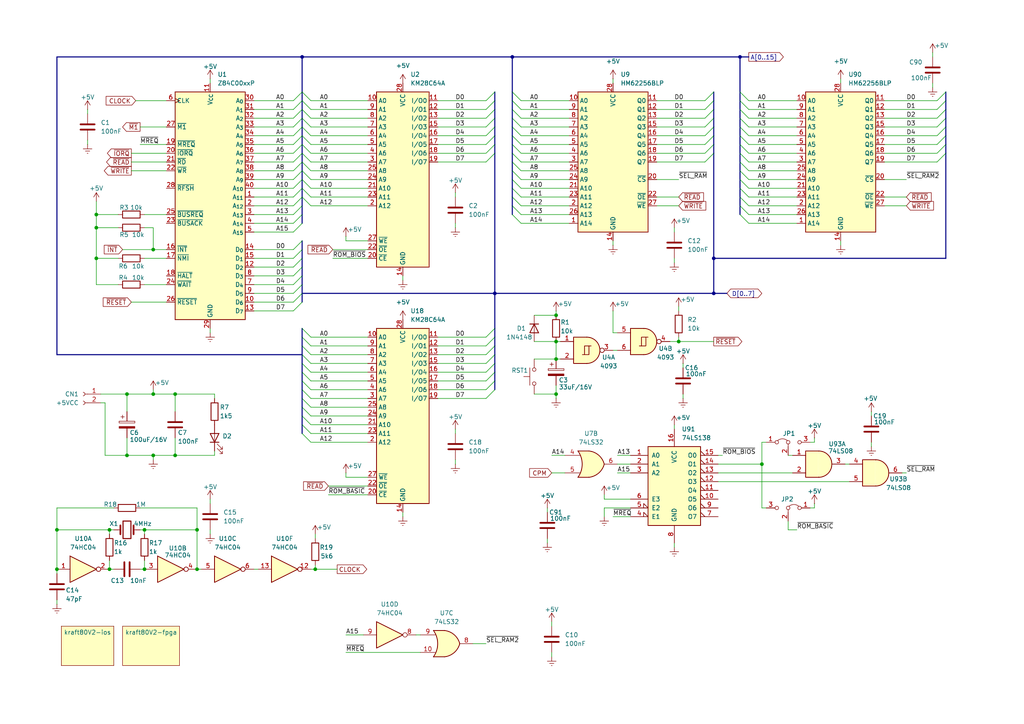
<source format=kicad_sch>
(kicad_sch (version 20250114) (generator "eeschema") (generator_version "9.0")
  (paper "A4")
  (title_block (title "Kraft 80 V2 by ARMCoder") (date "2025-09-02") (rev "2.0") (comment 1 "www.github.com/ARMCoderBR"))
  (junction (at 161.29 91.44))
  (junction (at 16.51 165.1))
  (junction (at 27.94 66.04))
  (junction (at 207.01 85.09))
  (junction (at 36.83 132.08))
  (junction (at 207.01 74.93))
  (junction (at 143.51 85.09))
  (junction (at 220.98 134.62))
  (junction (at 41.91 165.1))
  (junction (at 41.91 153.67))
  (junction (at 161.29 114.3))
  (junction (at 87.63 16.51))
  (junction (at 50.8 114.3))
  (junction (at 44.45 132.08))
  (junction (at 27.94 74.93))
  (junction (at 148.59 16.51))
  (junction (at 44.45 114.3))
  (junction (at 57.15 165.1))
  (junction (at 161.29 99.06))
  (junction (at 196.85 99.06))
  (junction (at 91.44 165.1))
  (junction (at 50.8 132.08))
  (junction (at 44.45 72.39))
  (junction (at 31.75 165.1))
  (junction (at 16.51 153.67))
  (junction (at 36.83 114.3))
  (junction (at 161.29 104.14))
  (junction (at 27.94 62.23))
  (junction (at 31.75 153.67))
  (junction (at 214.63 16.51))
  (junction (at 57.15 153.67))
  (bus_entry (at 85.09 31.75) (size 2.54 -2.54))
  (bus_entry (at 217.17 52.07) (size -2.54 -2.54))
  (bus_entry (at 85.09 80.01) (size 2.54 -2.54))
  (bus_entry (at 151.13 59.69) (size -2.54 -2.54))
  (bus_entry (at 87.63 97.79) (size 2.54 2.54))
  (bus_entry (at 85.09 54.61) (size 2.54 -2.54))
  (bus_entry (at 271.78 29.21) (size 2.54 -2.54))
  (bus_entry (at 85.09 72.39) (size 2.54 -2.54))
  (bus_entry (at 217.17 44.45) (size -2.54 -2.54))
  (bus_entry (at 151.13 44.45) (size -2.54 -2.54))
  (bus_entry (at 90.17 59.69) (size -2.54 -2.54))
  (bus_entry (at 151.13 29.21) (size -2.54 -2.54))
  (bus_entry (at 217.17 57.15) (size -2.54 -2.54))
  (bus_entry (at 151.13 41.91) (size -2.54 -2.54))
  (bus_entry (at 87.63 125.73) (size 2.54 2.54))
  (bus_entry (at 87.63 107.95) (size 2.54 2.54))
  (bus_entry (at 87.63 115.57) (size 2.54 2.54))
  (bus_entry (at 90.17 29.21) (size -2.54 -2.54))
  (bus_entry (at 217.17 54.61) (size -2.54 -2.54))
  (bus_entry (at 85.09 39.37) (size 2.54 -2.54))
  (bus_entry (at 90.17 31.75) (size -2.54 -2.54))
  (bus_entry (at 85.09 44.45) (size 2.54 -2.54))
  (bus_entry (at 217.17 46.99) (size -2.54 -2.54))
  (bus_entry (at 87.63 110.49) (size 2.54 2.54))
  (bus_entry (at 143.51 110.49) (size -2.54 2.54))
  (bus_entry (at 204.47 34.29) (size 2.54 -2.54))
  (bus_entry (at 143.51 102.87) (size -2.54 2.54))
  (bus_entry (at 87.63 113.03) (size 2.54 2.54))
  (bus_entry (at 85.09 74.93) (size 2.54 -2.54))
  (bus_entry (at 143.51 113.03) (size -2.54 2.54))
  (bus_entry (at 90.17 49.53) (size -2.54 -2.54))
  (bus_entry (at 271.78 34.29) (size 2.54 -2.54))
  (bus_entry (at 87.63 105.41) (size 2.54 2.54))
  (bus_entry (at 90.17 46.99) (size -2.54 -2.54))
  (bus_entry (at 87.63 123.19) (size 2.54 2.54))
  (bus_entry (at 271.78 44.45) (size 2.54 -2.54))
  (bus_entry (at 85.09 52.07) (size 2.54 -2.54))
  (bus_entry (at 143.51 100.33) (size -2.54 2.54))
  (bus_entry (at 140.97 31.75) (size 2.54 -2.54))
  (bus_entry (at 85.09 36.83) (size 2.54 -2.54))
  (bus_entry (at 217.17 59.69) (size -2.54 -2.54))
  (bus_entry (at 87.63 120.65) (size 2.54 2.54))
  (bus_entry (at 87.63 100.33) (size 2.54 2.54))
  (bus_entry (at 204.47 29.21) (size 2.54 -2.54))
  (bus_entry (at 271.78 39.37) (size 2.54 -2.54))
  (bus_entry (at 87.63 95.25) (size 2.54 2.54))
  (bus_entry (at 151.13 62.23) (size -2.54 -2.54))
  (bus_entry (at 85.09 49.53) (size 2.54 -2.54))
  (bus_entry (at 217.17 39.37) (size -2.54 -2.54))
  (bus_entry (at 217.17 31.75) (size -2.54 -2.54))
  (bus_entry (at 87.63 102.87) (size 2.54 2.54))
  (bus_entry (at 217.17 64.77) (size -2.54 -2.54))
  (bus_entry (at 90.17 54.61) (size -2.54 -2.54))
  (bus_entry (at 204.47 39.37) (size 2.54 -2.54))
  (bus_entry (at 90.17 39.37) (size -2.54 -2.54))
  (bus_entry (at 204.47 41.91) (size 2.54 -2.54))
  (bus_entry (at 217.17 34.29) (size -2.54 -2.54))
  (bus_entry (at 87.63 118.11) (size 2.54 2.54))
  (bus_entry (at 140.97 34.29) (size 2.54 -2.54))
  (bus_entry (at 90.17 34.29) (size -2.54 -2.54))
  (bus_entry (at 271.78 41.91) (size 2.54 -2.54))
  (bus_entry (at 140.97 44.45) (size 2.54 -2.54))
  (bus_entry (at 140.97 29.21) (size 2.54 -2.54))
  (bus_entry (at 217.17 36.83) (size -2.54 -2.54))
  (bus_entry (at 90.17 36.83) (size -2.54 -2.54))
  (bus_entry (at 85.09 82.55) (size 2.54 -2.54))
  (bus_entry (at 151.13 46.99) (size -2.54 -2.54))
  (bus_entry (at 143.51 105.41) (size -2.54 2.54))
  (bus_entry (at 85.09 77.47) (size 2.54 -2.54))
  (bus_entry (at 85.09 87.63) (size 2.54 -2.54))
  (bus_entry (at 85.09 41.91) (size 2.54 -2.54))
  (bus_entry (at 140.97 36.83) (size 2.54 -2.54))
  (bus_entry (at 217.17 49.53) (size -2.54 -2.54))
  (bus_entry (at 151.13 39.37) (size -2.54 -2.54))
  (bus_entry (at 85.09 64.77) (size 2.54 -2.54))
  (bus_entry (at 217.17 41.91) (size -2.54 -2.54))
  (bus_entry (at 204.47 44.45) (size 2.54 -2.54))
  (bus_entry (at 151.13 36.83) (size -2.54 -2.54))
  (bus_entry (at 151.13 49.53) (size -2.54 -2.54))
  (bus_entry (at 85.09 57.15) (size 2.54 -2.54))
  (bus_entry (at 85.09 85.09) (size 2.54 -2.54))
  (bus_entry (at 143.51 107.95) (size -2.54 2.54))
  (bus_entry (at 204.47 31.75) (size 2.54 -2.54))
  (bus_entry (at 217.17 29.21) (size -2.54 -2.54))
  (bus_entry (at 151.13 34.29) (size -2.54 -2.54))
  (bus_entry (at 204.47 36.83) (size 2.54 -2.54))
  (bus_entry (at 85.09 29.21) (size 2.54 -2.54))
  (bus_entry (at 151.13 54.61) (size -2.54 -2.54))
  (bus_entry (at 140.97 41.91) (size 2.54 -2.54))
  (bus_entry (at 271.78 36.83) (size 2.54 -2.54))
  (bus_entry (at 143.51 95.25) (size -2.54 2.54))
  (bus_entry (at 151.13 57.15) (size -2.54 -2.54))
  (bus_entry (at 85.09 90.17) (size 2.54 -2.54))
  (bus_entry (at 85.09 46.99) (size 2.54 -2.54))
  (bus_entry (at 140.97 39.37) (size 2.54 -2.54))
  (bus_entry (at 90.17 44.45) (size -2.54 -2.54))
  (bus_entry (at 90.17 57.15) (size -2.54 -2.54))
  (bus_entry (at 85.09 34.29) (size 2.54 -2.54))
  (bus_entry (at 85.09 62.23) (size 2.54 -2.54))
  (bus_entry (at 271.78 46.99) (size 2.54 -2.54))
  (bus_entry (at 85.09 59.69) (size 2.54 -2.54))
  (bus_entry (at 90.17 52.07) (size -2.54 -2.54))
  (bus_entry (at 204.47 46.99) (size 2.54 -2.54))
  (bus_entry (at 90.17 41.91) (size -2.54 -2.54))
  (bus_entry (at 217.17 62.23) (size -2.54 -2.54))
  (bus_entry (at 143.51 97.79) (size -2.54 2.54))
  (bus_entry (at 151.13 31.75) (size -2.54 -2.54))
  (bus_entry (at 140.97 46.99) (size 2.54 -2.54))
  (bus_entry (at 151.13 52.07) (size -2.54 -2.54))
  (bus_entry (at 85.09 67.31) (size 2.54 -2.54))
  (bus_entry (at 151.13 64.77) (size -2.54 -2.54))
  (bus_entry (at 271.78 31.75) (size 2.54 -2.54))
  (wire (pts (xy 31.75 162.56) (xy 31.75 165.1)))
  (wire (pts (xy 44.45 113.03) (xy 44.45 114.3)))
  (wire (pts (xy 256.54 34.29) (xy 271.78 34.29)))
  (wire (pts (xy 36.83 127) (xy 36.83 132.08)))
  (wire (pts (xy 73.66 59.69) (xy 85.09 59.69)))
  (wire (pts (xy 151.13 64.77) (xy 165.1 64.77)))
  (bus (pts (xy 87.63 100.33) (xy 87.63 102.87)))
  (wire (pts (xy 36.83 114.3) (xy 44.45 114.3)))
  (bus (pts (xy 87.63 115.57) (xy 87.63 118.11)))
  (wire (pts (xy 116.84 80.01) (xy 116.84 81.28)))
  (bus (pts (xy 148.59 39.37) (xy 148.59 41.91)))
  (bus (pts (xy 148.59 49.53) (xy 148.59 52.07)))
  (bus (pts (xy 87.63 69.85) (xy 87.63 72.39)))
  (wire (pts (xy 31.75 153.67) (xy 16.51 153.67)))
  (bus (pts (xy 214.63 49.53) (xy 214.63 52.07)))
  (wire (pts (xy 127 44.45) (xy 140.97 44.45)))
  (wire (pts (xy 27.94 58.42) (xy 27.94 62.23)))
  (bus (pts (xy 143.51 85.09) (xy 207.01 85.09)))
  (wire (pts (xy 236.22 128.27) (xy 234.95 128.27)))
  (wire (pts (xy 195.58 157.48) (xy 195.58 158.75)))
  (wire (pts (xy 252.73 119.38) (xy 252.73 120.65)))
  (bus (pts (xy 207.01 74.93) (xy 207.01 85.09)))
  (bus (pts (xy 214.63 59.69) (xy 214.63 62.23)))
  (bus (pts (xy 143.51 110.49) (xy 143.51 113.03)))
  (bus (pts (xy 143.51 97.79) (xy 143.51 100.33)))
  (wire (pts (xy 217.17 36.83) (xy 231.14 36.83)))
  (wire (pts (xy 256.54 46.99) (xy 271.78 46.99)))
  (wire (pts (xy 90.17 46.99) (xy 106.68 46.99)))
  (wire (pts (xy 90.17 107.95) (xy 106.68 107.95)))
  (wire (pts (xy 154.94 114.3) (xy 161.29 114.3)))
  (wire (pts (xy 151.13 29.21) (xy 165.1 29.21)))
  (wire (pts (xy 38.1 87.63) (xy 48.26 87.63)))
  (wire (pts (xy 73.66 34.29) (xy 85.09 34.29)))
  (bus (pts (xy 148.59 46.99) (xy 148.59 49.53)))
  (wire (pts (xy 116.84 148.59) (xy 116.84 149.86)))
  (wire (pts (xy 127 115.57) (xy 140.97 115.57)))
  (wire (pts (xy 96.52 74.93) (xy 106.68 74.93)))
  (wire (pts (xy 31.75 165.1) (xy 33.02 165.1)))
  (wire (pts (xy 190.5 52.07) (xy 196.85 52.07)))
  (wire (pts (xy 190.5 41.91) (xy 204.47 41.91)))
  (wire (pts (xy 151.13 52.07) (xy 165.1 52.07)))
  (wire (pts (xy 50.8 132.08) (xy 62.23 132.08)))
  (wire (pts (xy 16.51 173.99) (xy 16.51 175.26)))
  (wire (pts (xy 190.5 44.45) (xy 204.47 44.45)))
  (wire (pts (xy 40.64 147.32) (xy 57.15 147.32)))
  (wire (pts (xy 177.8 24.13) (xy 177.8 22.86)))
  (bus (pts (xy 87.63 123.19) (xy 87.63 125.73)))
  (bus (pts (xy 214.63 16.51) (xy 214.63 26.67)))
  (wire (pts (xy 57.15 165.1) (xy 58.42 165.1)))
  (wire (pts (xy 16.51 153.67) (xy 16.51 165.1)))
  (bus (pts (xy 214.63 46.99) (xy 214.63 49.53)))
  (wire (pts (xy 190.5 39.37) (xy 204.47 39.37)))
  (wire (pts (xy 161.29 90.17) (xy 161.29 91.44)))
  (wire (pts (xy 208.28 139.7) (xy 246.38 139.7)))
  (wire (pts (xy 38.1 44.45) (xy 48.26 44.45)))
  (wire (pts (xy 73.66 64.77) (xy 85.09 64.77)))
  (wire (pts (xy 60.96 22.86) (xy 60.96 24.13)))
  (wire (pts (xy 73.66 44.45) (xy 85.09 44.45)))
  (wire (pts (xy 60.96 95.25) (xy 60.96 96.52)))
  (wire (pts (xy 90.17 165.1) (xy 91.44 165.1)))
  (wire (pts (xy 38.1 49.53) (xy 48.26 49.53)))
  (wire (pts (xy 73.66 87.63) (xy 85.09 87.63)))
  (bus (pts (xy 87.63 82.55) (xy 87.63 85.09)))
  (wire (pts (xy 30.48 116.84) (xy 30.48 132.08)))
  (wire (pts (xy 151.13 59.69) (xy 165.1 59.69)))
  (wire (pts (xy 217.17 57.15) (xy 231.14 57.15)))
  (wire (pts (xy 40.64 36.83) (xy 48.26 36.83)))
  (bus (pts (xy 274.32 31.75) (xy 274.32 34.29)))
  (wire (pts (xy 57.15 147.32) (xy 57.15 153.67)))
  (wire (pts (xy 127 97.79) (xy 140.97 97.79)))
  (wire (pts (xy 190.5 46.99) (xy 204.47 46.99)))
  (wire (pts (xy 217.17 62.23) (xy 231.14 62.23)))
  (bus (pts (xy 87.63 31.75) (xy 87.63 29.21)))
  (wire (pts (xy 90.17 29.21) (xy 106.68 29.21)))
  (wire (pts (xy 40.64 153.67) (xy 41.91 153.67)))
  (bus (pts (xy 148.59 31.75) (xy 148.59 34.29)))
  (wire (pts (xy 127 107.95) (xy 140.97 107.95)))
  (bus (pts (xy 207.01 36.83) (xy 207.01 39.37)))
  (bus (pts (xy 16.51 102.87) (xy 87.63 102.87)))
  (wire (pts (xy 177.8 69.85) (xy 177.8 71.12)))
  (bus (pts (xy 87.63 80.01) (xy 87.63 82.55)))
  (bus (pts (xy 87.63 29.21) (xy 87.63 26.67)))
  (bus (pts (xy 87.63 77.47) (xy 87.63 80.01)))
  (wire (pts (xy 236.22 127) (xy 236.22 128.27)))
  (wire (pts (xy 41.91 165.1) (xy 40.64 165.1)))
  (bus (pts (xy 87.63 41.91) (xy 87.63 39.37)))
  (wire (pts (xy 236.22 147.32) (xy 234.95 147.32)))
  (bus (pts (xy 214.63 36.83) (xy 214.63 39.37)))
  (wire (pts (xy 256.54 57.15) (xy 262.89 57.15)))
  (wire (pts (xy 151.13 57.15) (xy 165.1 57.15)))
  (bus (pts (xy 87.63 46.99) (xy 87.63 44.45)))
  (bus (pts (xy 87.63 85.09) (xy 87.63 87.63)))
  (wire (pts (xy 151.13 36.83) (xy 165.1 36.83)))
  (bus (pts (xy 87.63 57.15) (xy 87.63 59.69)))
  (wire (pts (xy 90.17 110.49) (xy 106.68 110.49)))
  (wire (pts (xy 40.64 41.91) (xy 48.26 41.91)))
  (bus (pts (xy 16.51 16.51) (xy 16.51 102.87)))
  (bus (pts (xy 274.32 36.83) (xy 274.32 39.37)))
  (wire (pts (xy 151.13 54.61) (xy 165.1 54.61)))
  (wire (pts (xy 60.96 144.78) (xy 60.96 146.05)))
  (bus (pts (xy 87.63 54.61) (xy 87.63 52.07)))
  (wire (pts (xy 190.5 31.75) (xy 204.47 31.75)))
  (bus (pts (xy 214.63 34.29) (xy 214.63 36.83)))
  (wire (pts (xy 132.08 133.35) (xy 132.08 134.62)))
  (wire (pts (xy 73.66 165.1) (xy 74.93 165.1)))
  (wire (pts (xy 151.13 44.45) (xy 165.1 44.45)))
  (wire (pts (xy 30.48 132.08) (xy 36.83 132.08)))
  (wire (pts (xy 29.21 114.3) (xy 36.83 114.3)))
  (wire (pts (xy 132.08 124.46) (xy 132.08 125.73)))
  (bus (pts (xy 87.63 36.83) (xy 87.63 39.37)))
  (bus (pts (xy 214.63 26.67) (xy 214.63 29.21)))
  (wire (pts (xy 196.85 88.9) (xy 196.85 90.17)))
  (bus (pts (xy 214.63 16.51) (xy 217.17 16.51)))
  (wire (pts (xy 190.5 59.69) (xy 196.85 59.69)))
  (bus (pts (xy 214.63 59.69) (xy 214.63 57.15)))
  (wire (pts (xy 220.98 134.62) (xy 220.98 147.32)))
  (wire (pts (xy 160.02 137.16) (xy 163.83 137.16)))
  (wire (pts (xy 154.94 91.44) (xy 161.29 91.44)))
  (wire (pts (xy 41.91 74.93) (xy 48.26 74.93)))
  (wire (pts (xy 62.23 132.08) (xy 62.23 130.81)))
  (wire (pts (xy 245.11 134.62) (xy 246.38 134.62)))
  (bus (pts (xy 143.51 26.67) (xy 143.51 29.21)))
  (bus (pts (xy 87.63 59.69) (xy 87.63 62.23)))
  (wire (pts (xy 73.66 39.37) (xy 85.09 39.37)))
  (wire (pts (xy 161.29 114.3) (xy 161.29 111.76)))
  (wire (pts (xy 90.17 52.07) (xy 106.68 52.07)))
  (wire (pts (xy 256.54 29.21) (xy 271.78 29.21)))
  (wire (pts (xy 73.66 52.07) (xy 85.09 52.07)))
  (wire (pts (xy 256.54 52.07) (xy 262.89 52.07)))
  (wire (pts (xy 100.33 184.15) (xy 105.41 184.15)))
  (bus (pts (xy 148.59 16.51) (xy 148.59 26.67)))
  (wire (pts (xy 91.44 165.1) (xy 97.79 165.1)))
  (wire (pts (xy 270.51 24.13) (xy 270.51 25.4)))
  (bus (pts (xy 87.63 62.23) (xy 87.63 64.77)))
  (wire (pts (xy 190.5 29.21) (xy 204.47 29.21)))
  (wire (pts (xy 190.5 57.15) (xy 196.85 57.15)))
  (wire (pts (xy 73.66 80.01) (xy 85.09 80.01)))
  (wire (pts (xy 27.94 66.04) (xy 34.29 66.04)))
  (wire (pts (xy 182.88 147.32) (xy 175.26 147.32)))
  (bus (pts (xy 143.51 85.09) (xy 87.63 85.09)))
  (bus (pts (xy 143.51 29.21) (xy 143.51 31.75)))
  (wire (pts (xy 91.44 163.83) (xy 91.44 165.1)))
  (bus (pts (xy 207.01 29.21) (xy 207.01 31.75)))
  (bus (pts (xy 87.63 31.75) (xy 87.63 34.29)))
  (wire (pts (xy 154.94 99.06) (xy 161.29 99.06)))
  (wire (pts (xy 90.17 123.19) (xy 106.68 123.19)))
  (wire (pts (xy 33.02 153.67) (xy 31.75 153.67)))
  (bus (pts (xy 207.01 44.45) (xy 207.01 74.93)))
  (wire (pts (xy 196.85 97.79) (xy 196.85 99.06)))
  (wire (pts (xy 73.66 29.21) (xy 85.09 29.21)))
  (bus (pts (xy 143.51 34.29) (xy 143.51 36.83)))
  (bus (pts (xy 148.59 36.83) (xy 148.59 39.37)))
  (wire (pts (xy 177.8 90.17) (xy 177.8 96.52)))
  (wire (pts (xy 151.13 41.91) (xy 165.1 41.91)))
  (wire (pts (xy 127 41.91) (xy 140.97 41.91)))
  (wire (pts (xy 228.6 153.67) (xy 231.14 153.67)))
  (wire (pts (xy 25.4 31.75) (xy 25.4 33.02)))
  (wire (pts (xy 220.98 128.27) (xy 220.98 134.62)))
  (bus (pts (xy 87.63 110.49) (xy 87.63 113.03)))
  (wire (pts (xy 198.12 114.3) (xy 198.12 115.57)))
  (wire (pts (xy 41.91 162.56) (xy 41.91 165.1)))
  (bus (pts (xy 148.59 52.07) (xy 148.59 54.61)))
  (wire (pts (xy 179.07 132.08) (xy 182.88 132.08)))
  (wire (pts (xy 217.17 31.75) (xy 231.14 31.75)))
  (wire (pts (xy 179.07 137.16) (xy 182.88 137.16)))
  (wire (pts (xy 90.17 120.65) (xy 106.68 120.65)))
  (wire (pts (xy 31.75 153.67) (xy 31.75 154.94)))
  (wire (pts (xy 179.07 96.52) (xy 177.8 96.52)))
  (wire (pts (xy 198.12 105.41) (xy 198.12 106.68)))
  (wire (pts (xy 100.33 138.43) (xy 106.68 138.43)))
  (wire (pts (xy 44.45 132.08) (xy 44.45 133.35)))
  (bus (pts (xy 148.59 41.91) (xy 148.59 44.45)))
  (bus (pts (xy 87.63 97.79) (xy 87.63 100.33)))
  (wire (pts (xy 217.17 54.61) (xy 231.14 54.61)))
  (bus (pts (xy 274.32 34.29) (xy 274.32 36.83)))
  (wire (pts (xy 100.33 137.16) (xy 100.33 138.43)))
  (wire (pts (xy 50.8 127) (xy 50.8 132.08)))
  (bus (pts (xy 214.63 41.91) (xy 214.63 44.45)))
  (bus (pts (xy 214.63 31.75) (xy 214.63 34.29)))
  (wire (pts (xy 73.66 74.93) (xy 85.09 74.93)))
  (bus (pts (xy 87.63 72.39) (xy 87.63 74.93)))
  (bus (pts (xy 87.63 49.53) (xy 87.63 46.99)))
  (bus (pts (xy 143.51 36.83) (xy 143.51 39.37)))
  (wire (pts (xy 34.29 82.55) (xy 27.94 82.55)))
  (wire (pts (xy 41.91 153.67) (xy 41.91 154.94)))
  (wire (pts (xy 127 34.29) (xy 140.97 34.29)))
  (wire (pts (xy 41.91 62.23) (xy 48.26 62.23)))
  (bus (pts (xy 148.59 57.15) (xy 148.59 59.69)))
  (wire (pts (xy 100.33 68.58) (xy 100.33 69.85)))
  (bus (pts (xy 87.63 95.25) (xy 87.63 97.79)))
  (wire (pts (xy 217.17 49.53) (xy 231.14 49.53)))
  (wire (pts (xy 50.8 114.3) (xy 62.23 114.3)))
  (wire (pts (xy 73.66 49.53) (xy 85.09 49.53)))
  (wire (pts (xy 73.66 41.91) (xy 85.09 41.91)))
  (bus (pts (xy 87.63 113.03) (xy 87.63 115.57)))
  (wire (pts (xy 90.17 36.83) (xy 106.68 36.83)))
  (wire (pts (xy 90.17 118.11) (xy 106.68 118.11)))
  (wire (pts (xy 161.29 99.06) (xy 161.29 104.14)))
  (wire (pts (xy 151.13 34.29) (xy 165.1 34.29)))
  (wire (pts (xy 158.75 147.32) (xy 158.75 148.59)))
  (wire (pts (xy 73.66 67.31) (xy 85.09 67.31)))
  (wire (pts (xy 132.08 64.77) (xy 132.08 66.04)))
  (wire (pts (xy 44.45 132.08) (xy 50.8 132.08)))
  (wire (pts (xy 161.29 104.14) (xy 162.56 104.14)))
  (wire (pts (xy 256.54 31.75) (xy 271.78 31.75)))
  (wire (pts (xy 90.17 34.29) (xy 106.68 34.29)))
  (wire (pts (xy 73.66 72.39) (xy 85.09 72.39)))
  (wire (pts (xy 217.17 44.45) (xy 231.14 44.45)))
  (wire (pts (xy 195.58 74.93) (xy 195.58 76.2)))
  (wire (pts (xy 151.13 49.53) (xy 165.1 49.53)))
  (bus (pts (xy 148.59 54.61) (xy 148.59 57.15)))
  (wire (pts (xy 38.1 46.99) (xy 48.26 46.99)))
  (wire (pts (xy 256.54 44.45) (xy 271.78 44.45)))
  (wire (pts (xy 39.37 29.21) (xy 48.26 29.21)))
  (wire (pts (xy 90.17 31.75) (xy 106.68 31.75)))
  (wire (pts (xy 44.45 72.39) (xy 48.26 72.39)))
  (wire (pts (xy 73.66 62.23) (xy 85.09 62.23)))
  (bus (pts (xy 143.51 31.75) (xy 143.51 34.29)))
  (wire (pts (xy 90.17 59.69) (xy 106.68 59.69)))
  (wire (pts (xy 194.31 99.06) (xy 196.85 99.06)))
  (wire (pts (xy 16.51 147.32) (xy 16.51 153.67)))
  (wire (pts (xy 16.51 166.37) (xy 16.51 165.1)))
  (wire (pts (xy 217.17 46.99) (xy 231.14 46.99)))
  (wire (pts (xy 90.17 44.45) (xy 106.68 44.45)))
  (wire (pts (xy 252.73 128.27) (xy 252.73 129.54)))
  (bus (pts (xy 87.63 102.87) (xy 87.63 105.41)))
  (wire (pts (xy 44.45 66.04) (xy 44.45 72.39)))
  (bus (pts (xy 87.63 16.51) (xy 148.59 16.51)))
  (bus (pts (xy 87.63 74.93) (xy 87.63 77.47)))
  (bus (pts (xy 148.59 29.21) (xy 148.59 31.75)))
  (wire (pts (xy 90.17 128.27) (xy 106.68 128.27)))
  (wire (pts (xy 90.17 102.87) (xy 106.68 102.87)))
  (bus (pts (xy 207.01 31.75) (xy 207.01 34.29)))
  (wire (pts (xy 175.26 144.78) (xy 175.26 143.51)))
  (wire (pts (xy 100.33 69.85) (xy 106.68 69.85)))
  (wire (pts (xy 62.23 114.3) (xy 62.23 115.57)))
  (wire (pts (xy 41.91 153.67) (xy 57.15 153.67)))
  (wire (pts (xy 208.28 132.08) (xy 209.55 132.08)))
  (bus (pts (xy 87.63 44.45) (xy 87.63 41.91)))
  (wire (pts (xy 160.02 180.34) (xy 160.02 181.61)))
  (wire (pts (xy 90.17 100.33) (xy 106.68 100.33)))
  (bus (pts (xy 143.51 41.91) (xy 143.51 44.45)))
  (wire (pts (xy 217.17 39.37) (xy 231.14 39.37)))
  (wire (pts (xy 175.26 144.78) (xy 182.88 144.78)))
  (wire (pts (xy 33.02 147.32) (xy 16.51 147.32)))
  (wire (pts (xy 256.54 41.91) (xy 271.78 41.91)))
  (wire (pts (xy 179.07 134.62) (xy 182.88 134.62)))
  (wire (pts (xy 177.8 101.6) (xy 179.07 101.6)))
  (bus (pts (xy 143.51 102.87) (xy 143.51 105.41)))
  (wire (pts (xy 228.6 151.13) (xy 228.6 153.67)))
  (bus (pts (xy 274.32 29.21) (xy 274.32 31.75)))
  (bus (pts (xy 143.51 105.41) (xy 143.51 107.95)))
  (wire (pts (xy 36.83 114.3) (xy 36.83 119.38)))
  (wire (pts (xy 73.66 85.09) (xy 85.09 85.09)))
  (wire (pts (xy 256.54 36.83) (xy 271.78 36.83)))
  (wire (pts (xy 100.33 189.23) (xy 121.92 189.23)))
  (wire (pts (xy 127 31.75) (xy 140.97 31.75)))
  (wire (pts (xy 270.51 15.24) (xy 270.51 16.51)))
  (wire (pts (xy 29.21 116.84) (xy 30.48 116.84)))
  (wire (pts (xy 95.25 140.97) (xy 106.68 140.97)))
  (bus (pts (xy 87.63 16.51) (xy 87.63 26.67)))
  (bus (pts (xy 214.63 57.15) (xy 214.63 54.61)))
  (wire (pts (xy 90.17 54.61) (xy 106.68 54.61)))
  (wire (pts (xy 217.17 64.77) (xy 231.14 64.77)))
  (wire (pts (xy 73.66 77.47) (xy 85.09 77.47)))
  (wire (pts (xy 132.08 55.88) (xy 132.08 57.15)))
  (wire (pts (xy 73.66 46.99) (xy 85.09 46.99)))
  (bus (pts (xy 148.59 44.45) (xy 148.59 46.99)))
  (wire (pts (xy 196.85 99.06) (xy 207.01 99.06)))
  (wire (pts (xy 127 46.99) (xy 140.97 46.99)))
  (wire (pts (xy 91.44 154.94) (xy 91.44 156.21)))
  (wire (pts (xy 151.13 46.99) (xy 165.1 46.99)))
  (bus (pts (xy 87.63 36.83) (xy 87.63 34.29)))
  (wire (pts (xy 208.28 137.16) (xy 229.87 137.16)))
  (bus (pts (xy 143.51 44.45) (xy 143.51 85.09)))
  (wire (pts (xy 60.96 153.67) (xy 60.96 154.94)))
  (wire (pts (xy 161.29 114.3) (xy 161.29 115.57)))
  (bus (pts (xy 148.59 59.69) (xy 148.59 62.23)))
  (wire (pts (xy 90.17 97.79) (xy 106.68 97.79)))
  (wire (pts (xy 127 100.33) (xy 140.97 100.33)))
  (wire (pts (xy 127 29.21) (xy 140.97 29.21)))
  (wire (pts (xy 57.15 153.67) (xy 57.15 165.1)))
  (wire (pts (xy 261.62 137.16) (xy 262.89 137.16)))
  (wire (pts (xy 195.58 66.04) (xy 195.58 67.31)))
  (bus (pts (xy 207.01 34.29) (xy 207.01 36.83)))
  (wire (pts (xy 220.98 128.27) (xy 222.25 128.27)))
  (wire (pts (xy 222.25 147.32) (xy 220.98 147.32)))
  (wire (pts (xy 127 102.87) (xy 140.97 102.87)))
  (wire (pts (xy 41.91 82.55) (xy 48.26 82.55)))
  (wire (pts (xy 175.26 147.32) (xy 175.26 149.86)))
  (bus (pts (xy 274.32 41.91) (xy 274.32 44.45)))
  (bus (pts (xy 207.01 26.67) (xy 207.01 29.21)))
  (wire (pts (xy 34.29 62.23) (xy 27.94 62.23)))
  (bus (pts (xy 214.63 52.07) (xy 214.63 54.61)))
  (wire (pts (xy 127 36.83) (xy 140.97 36.83)))
  (wire (pts (xy 158.75 156.21) (xy 158.75 157.48)))
  (bus (pts (xy 87.63 120.65) (xy 87.63 123.19)))
  (bus (pts (xy 143.51 100.33) (xy 143.51 102.87)))
  (wire (pts (xy 27.94 74.93) (xy 27.94 82.55)))
  (bus (pts (xy 87.63 57.15) (xy 87.63 54.61)))
  (bus (pts (xy 214.63 39.37) (xy 214.63 41.91)))
  (bus (pts (xy 214.63 44.45) (xy 214.63 46.99)))
  (wire (pts (xy 73.66 54.61) (xy 85.09 54.61)))
  (wire (pts (xy 90.17 105.41) (xy 106.68 105.41)))
  (wire (pts (xy 73.66 31.75) (xy 85.09 31.75)))
  (wire (pts (xy 137.16 186.69) (xy 140.97 186.69)))
  (wire (pts (xy 50.8 119.38) (xy 50.8 114.3)))
  (wire (pts (xy 90.17 49.53) (xy 106.68 49.53)))
  (wire (pts (xy 127 113.03) (xy 140.97 113.03)))
  (wire (pts (xy 90.17 113.03) (xy 106.68 113.03)))
  (wire (pts (xy 160.02 132.08) (xy 163.83 132.08)))
  (bus (pts (xy 214.63 29.21) (xy 214.63 31.75)))
  (wire (pts (xy 243.84 22.86) (xy 243.84 24.13)))
  (bus (pts (xy 87.63 118.11) (xy 87.63 120.65)))
  (wire (pts (xy 190.5 36.83) (xy 204.47 36.83)))
  (bus (pts (xy 143.51 39.37) (xy 143.51 41.91)))
  (wire (pts (xy 44.45 114.3) (xy 50.8 114.3)))
  (bus (pts (xy 143.51 107.95) (xy 143.51 110.49)))
  (wire (pts (xy 36.83 132.08) (xy 44.45 132.08)))
  (wire (pts (xy 217.17 34.29) (xy 231.14 34.29)))
  (wire (pts (xy 73.66 36.83) (xy 85.09 36.83)))
  (wire (pts (xy 120.65 184.15) (xy 121.92 184.15)))
  (wire (pts (xy 127 105.41) (xy 140.97 105.41)))
  (bus (pts (xy 274.32 26.67) (xy 274.32 29.21)))
  (bus (pts (xy 143.51 95.25) (xy 143.51 97.79)))
  (wire (pts (xy 25.4 40.64) (xy 25.4 41.91)))
  (wire (pts (xy 151.13 39.37) (xy 165.1 39.37)))
  (wire (pts (xy 90.17 57.15) (xy 106.68 57.15)))
  (wire (pts (xy 73.66 82.55) (xy 85.09 82.55)))
  (wire (pts (xy 90.17 39.37) (xy 106.68 39.37)))
  (wire (pts (xy 190.5 34.29) (xy 204.47 34.29)))
  (wire (pts (xy 127 39.37) (xy 140.97 39.37)))
  (wire (pts (xy 151.13 62.23) (xy 165.1 62.23)))
  (wire (pts (xy 73.66 90.17) (xy 85.09 90.17)))
  (wire (pts (xy 27.94 66.04) (xy 27.94 74.93)))
  (wire (pts (xy 195.58 123.19) (xy 195.58 124.46)))
  (wire (pts (xy 217.17 41.91) (xy 231.14 41.91)))
  (bus (pts (xy 87.63 52.07) (xy 87.63 49.53)))
  (bus (pts (xy 148.59 34.29) (xy 148.59 36.83)))
  (bus (pts (xy 207.01 41.91) (xy 207.01 44.45)))
  (wire (pts (xy 217.17 29.21) (xy 231.14 29.21)))
  (wire (pts (xy 243.84 69.85) (xy 243.84 71.12)))
  (bus (pts (xy 207.01 39.37) (xy 207.01 41.91)))
  (wire (pts (xy 154.94 104.14) (xy 161.29 104.14)))
  (bus (pts (xy 87.63 107.95) (xy 87.63 110.49)))
  (wire (pts (xy 44.45 66.04) (xy 41.91 66.04)))
  (wire (pts (xy 35.56 72.39) (xy 44.45 72.39)))
  (bus (pts (xy 148.59 16.51) (xy 214.63 16.51)))
  (bus (pts (xy 143.51 85.09) (xy 143.51 95.25)))
  (wire (pts (xy 95.25 143.51) (xy 106.68 143.51)))
  (bus (pts (xy 207.01 85.09) (xy 210.82 85.09)))
  (wire (pts (xy 73.66 57.15) (xy 85.09 57.15)))
  (bus (pts (xy 207.01 74.93) (xy 274.32 74.93)))
  (wire (pts (xy 256.54 39.37) (xy 271.78 39.37)))
  (wire (pts (xy 90.17 125.73) (xy 106.68 125.73)))
  (bus (pts (xy 87.63 16.51) (xy 16.51 16.51)))
  (wire (pts (xy 127 110.49) (xy 140.97 110.49)))
  (wire (pts (xy 228.6 132.08) (xy 229.87 132.08)))
  (wire (pts (xy 90.17 115.57) (xy 106.68 115.57)))
  (wire (pts (xy 96.52 72.39) (xy 106.68 72.39)))
  (wire (pts (xy 160.02 189.23) (xy 160.02 190.5)))
  (wire (pts (xy 27.94 66.04) (xy 27.94 62.23)))
  (wire (pts (xy 177.8 149.86) (xy 182.88 149.86)))
  (wire (pts (xy 236.22 146.05) (xy 236.22 147.32)))
  (wire (pts (xy 217.17 59.69) (xy 231.14 59.69)))
  (wire (pts (xy 220.98 134.62) (xy 208.28 134.62)))
  (wire (pts (xy 161.29 99.06) (xy 162.56 99.06)))
  (bus (pts (xy 274.32 44.45) (xy 274.32 74.93)))
  (wire (pts (xy 27.94 74.93) (xy 34.29 74.93)))
  (bus (pts (xy 148.59 26.67) (xy 148.59 29.21)))
  (bus (pts (xy 87.63 105.41) (xy 87.63 107.95)))
  (wire (pts (xy 256.54 59.69) (xy 262.89 59.69)))
  (wire (pts (xy 90.17 41.91) (xy 106.68 41.91)))
  (wire (pts (xy 217.17 52.07) (xy 231.14 52.07)))
  (bus (pts (xy 274.32 39.37) (xy 274.32 41.91)))
  (wire (pts (xy 151.13 31.75) (xy 165.1 31.75)))
  (label "A14" (at 80.01 64.77 0))
  (label "A4" (at 92.71 39.37 0))
  (label "A12" (at 219.71 59.69 0))
  (label "A2" (at 80.01 34.29 0))
  (label "D1" (at 80.01 74.93 0))
  (label "D2" (at 195.58 34.29 0))
  (label "A9" (at 219.71 52.07 0))
  (label "A6" (at 92.71 113.03 0))
  (label "A5" (at 92.71 41.91 0))
  (label "A1" (at 92.71 31.75 0))
  (label "D0" (at 262.89 29.21 0))
  (label "A6" (at 92.71 44.45 0))
  (label "D6" (at 132.08 44.45 0))
  (label "D6" (at 132.08 113.03 0))
  (label "D7" (at 195.58 46.99 0))
  (label "A6" (at 219.71 44.45 0))
  (label "A3" (at 92.71 105.41 0))
  (label "D3" (at 262.89 36.83 0))
  (label "D3" (at 132.08 36.83 0))
  (label "D4" (at 195.58 39.37 0))
  (label "A11" (at 92.71 57.15 0))
  (label "~{MREQ}" (at 100.33 189.23 0))
  (label "~{MREQ}" (at 40.64 41.91 0))
  (label "D3" (at 80.01 80.01 0))
  (label "A0" (at 92.71 29.21 0))
  (label "A3" (at 92.71 36.83 0))
  (label "A7" (at 92.71 46.99 0))
  (label "A5" (at 153.67 41.91 0))
  (label "A11" (at 92.71 125.73 0))
  (label "A10" (at 219.71 54.61 0))
  (label "A1" (at 153.67 31.75 0))
  (label "A6" (at 153.67 44.45 0))
  (label "D5" (at 80.01 85.09 0))
  (label "A6" (at 80.01 44.45 0))
  (label "A8" (at 219.71 49.53 0))
  (label "A9" (at 80.01 52.07 0))
  (label "D6" (at 80.01 87.63 0))
  (label "A14" (at 160.02 132.08 0))
  (label "~{ROM_BIOS}" (at 96.52 74.93 0))
  (label "D5" (at 195.58 41.91 0))
  (label "A7" (at 153.67 46.99 0))
  (label "A7" (at 92.71 115.57 0))
  (label "D2" (at 132.08 34.29 0))
  (label "A12" (at 80.01 59.69 0))
  (label "D1" (at 132.08 100.33 0))
  (label "D5" (at 262.89 41.91 0))
  (label "A0" (at 92.71 97.79 0))
  (label "A2" (at 219.71 34.29 0))
  (label "~{ROM_BIOS}" (at 209.55 132.08 0))
  (label "D1" (at 195.58 31.75 0))
  (label "A11" (at 219.71 57.15 0))
  (label "~{MREQ}" (at 177.8 149.86 0))
  (label "~{SEL_RAM}" (at 262.89 137.16 0))
  (label "A9" (at 92.71 120.65 0))
  (label "A15" (at 80.01 67.31 0))
  (label "A5" (at 92.71 110.49 0))
  (label "A13" (at 153.67 62.23 0))
  (label "A15" (at 100.33 184.15 0))
  (label "D7" (at 132.08 46.99 0))
  (label "D3" (at 132.08 105.41 0))
  (label "A14" (at 219.71 64.77 0))
  (label "A4" (at 92.71 107.95 0))
  (label "A4" (at 219.71 39.37 0))
  (label "A13" (at 179.07 132.08 0))
  (label "A10" (at 153.67 54.61 0))
  (label "~{SEL_RAM2}" (at 140.97 186.69 0))
  (label "A8" (at 92.71 49.53 0))
  (label "A7" (at 219.71 46.99 0))
  (label "A4" (at 153.67 39.37 0))
  (label "D0" (at 80.01 72.39 0))
  (label "D4" (at 262.89 39.37 0))
  (label "D7" (at 80.01 90.17 0))
  (label "D6" (at 195.58 44.45 0))
  (label "D6" (at 262.89 44.45 0))
  (label "D2" (at 132.08 102.87 0))
  (label "A11" (at 153.67 57.15 0))
  (label "D3" (at 195.58 36.83 0))
  (label "A3" (at 80.01 36.83 0))
  (label "D2" (at 262.89 34.29 0))
  (label "A3" (at 153.67 36.83 0))
  (label "A12" (at 153.67 59.69 0))
  (label "A1" (at 80.01 31.75 0))
  (label "D2" (at 80.01 77.47 0))
  (label "A5" (at 80.01 41.91 0))
  (label "~{ROM_BASIC}" (at 231.14 153.67 0))
  (label "A10" (at 80.01 54.61 0))
  (label "A14" (at 153.67 64.77 0))
  (label "D4" (at 132.08 107.95 0))
  (label "D7" (at 132.08 115.57 0))
  (label "A4" (at 80.01 39.37 0))
  (label "~{SEL_RAM}" (at 196.85 52.07 0))
  (label "A2" (at 92.71 102.87 0))
  (label "A9" (at 92.71 52.07 0))
  (label "A10" (at 92.71 123.19 0))
  (label "D7" (at 262.89 46.99 0))
  (label "D0" (at 132.08 29.21 0))
  (label "A7" (at 80.01 46.99 0))
  (label "A8" (at 92.71 118.11 0))
  (label "A8" (at 80.01 49.53 0))
  (label "A0" (at 219.71 29.21 0))
  (label "A2" (at 92.71 34.29 0))
  (label "D0" (at 195.58 29.21 0))
  (label "~{ROM_BASIC}" (at 95.25 143.51 0))
  (label "D0" (at 132.08 97.79 0))
  (label "A12" (at 92.71 59.69 0))
  (label "D4" (at 132.08 39.37 0))
  (label "A10" (at 92.71 54.61 0))
  (label "A15" (at 179.07 137.16 0))
  (label "A9" (at 153.67 52.07 0))
  (label "A11" (at 80.01 57.15 0))
  (label "A1" (at 219.71 31.75 0))
  (label "A13" (at 219.71 62.23 0))
  (label "A0" (at 153.67 29.21 0))
  (label "D5" (at 132.08 41.91 0))
  (label "A2" (at 153.67 34.29 0))
  (label "A5" (at 219.71 41.91 0))
  (label "A3" (at 219.71 36.83 0))
  (label "A0" (at 80.01 29.21 0))
  (label "D4" (at 80.01 82.55 0))
  (label "A1" (at 92.71 100.33 0))
  (label "D5" (at 132.08 110.49 0))
  (label "~{SEL_RAM2}" (at 262.89 52.07 0))
  (label "A12" (at 92.71 128.27 0))
  (label "D1" (at 262.89 31.75 0))
  (label "D1" (at 132.08 31.75 0))
  (label "A13" (at 80.01 62.23 0))
  (label "A8" (at 153.67 49.53 0))
  (global_label "~{IORQ}" (shape output) (at 38.1 44.45 180) (property "Intersheetrefs" "${INTERSHEET_REFS}" (effects (hide yes))))
  (global_label "~{WRITE}" (shape input) (at 262.89 59.69 0) (property "Intersheetrefs" "${INTERSHEET_REFS}" (effects (hide yes))))
  (global_label "CLOCK" (shape output) (at 97.79 165.1 0) (property "Intersheetrefs" "${INTERSHEET_REFS}" (effects (hide yes))))
  (global_label "~{INT}" (shape input) (at 35.56 72.39 180) (property "Intersheetrefs" "${INTERSHEET_REFS}" (effects (hide yes))))
  (global_label "~{READ}" (shape input) (at 262.89 57.15 0) (property "Intersheetrefs" "${INTERSHEET_REFS}" (effects (hide yes))))
  (global_label "~{READ}" (shape input) (at 95.25 140.97 180) (property "Intersheetrefs" "${INTERSHEET_REFS}" (effects (hide yes))))
  (global_label "A[0..15]" (shape output) (at 217.17 16.51 0) (property "Intersheetrefs" "${INTERSHEET_REFS}" (effects (hide yes))))
  (global_label "~{WRITE}" (shape output) (at 38.1 49.53 180) (property "Intersheetrefs" "${INTERSHEET_REFS}" (effects (hide yes))))
  (global_label "~{RESET}" (shape input) (at 38.1 87.63 180) (property "Intersheetrefs" "${INTERSHEET_REFS}" (effects (hide yes))))
  (global_label "~{M1}" (shape output) (at 40.64 36.83 180) (property "Intersheetrefs" "${INTERSHEET_REFS}" (effects (hide yes))))
  (global_label "CPM" (shape input) (at 160.02 137.16 180) (property "Intersheetrefs" "${INTERSHEET_REFS}" (effects (hide yes))))
  (global_label "~{READ}" (shape input) (at 96.52 72.39 180) (property "Intersheetrefs" "${INTERSHEET_REFS}" (effects (hide yes))))
  (global_label "~{READ}" (shape output) (at 38.1 46.99 180) (property "Intersheetrefs" "${INTERSHEET_REFS}" (effects (hide yes))))
  (global_label "D[0..7]" (shape bidirectional) (at 210.82 85.09 0) (property "Intersheetrefs" "${INTERSHEET_REFS}" (effects (hide yes))))
  (global_label "~{RESET}" (shape output) (at 207.01 99.06 0) (property "Intersheetrefs" "${INTERSHEET_REFS}" (effects (hide yes))))
  (global_label "~{WRITE}" (shape input) (at 196.85 59.69 0) (property "Intersheetrefs" "${INTERSHEET_REFS}" (effects (hide yes))))
  (global_label "~{READ}" (shape input) (at 196.85 57.15 0) (property "Intersheetrefs" "${INTERSHEET_REFS}" (effects (hide yes))))
  (global_label "CLOCK" (shape input) (at 39.37 29.21 180) (property "Intersheetrefs" "${INTERSHEET_REFS}" (effects (hide yes))))
  (symbol (lib_id "power:+5V") (at 160.02 180.34 0) (unit 1)
    (property "Reference" "#PWR077" (effects (hide yes)))
    (property "Value" "+5V" (at 160.02 176.784 0))
    (property "Description" "Power symbol creates a global label with name \"+5V\"" (effects (hide yes)))
  )
  (symbol (lib_id "power:GNDREF") (at 116.84 81.28 0) (unit 1)
    (property "Reference" "#PWR07" (effects (hide yes)))
    (property "Value" "GNDREF" (effects (hide yes)))
    (property "Description" "Power symbol creates a global label with name \"GNDREF\" , reference supply ground" (effects (hide yes)))
  )
  (symbol (lib_id "Device:C") (at 195.58 71.12 0) (unit 1)
    (property "Reference" "C12" (at 199.39 69.8499 0) (effects (justify left)))
    (property "Value" "100nF" (at 199.39 72.3899 0) (effects (justify left)))
    (property "Description" "Unpolarized capacitor" (effects (hide yes)))
  )
  (symbol (lib_id "Device:C") (at 252.73 124.46 0) (unit 1)
    (property "Reference" "C19" (at 253.238 120.65 0) (effects (justify left)))
    (property "Value" "100nF" (at 253.492 122.428 0) (effects (justify left)))
    (property "Description" "Unpolarized capacitor" (effects (hide yes)))
  )
  (symbol (lib_id "power:GNDREF") (at 132.08 134.62 0) (unit 1)
    (property "Reference" "#PWR024" (effects (hide yes)))
    (property "Value" "GNDREF" (effects (hide yes)))
    (property "Description" "Power symbol creates a global label with name \"GNDREF\" , reference supply ground" (effects (hide yes)))
  )
  (symbol (lib_id "power:GNDREF") (at 252.73 129.54 0) (unit 1)
    (property "Reference" "#PWR0110" (effects (hide yes)))
    (property "Value" "GNDREF" (effects (hide yes)))
    (property "Description" "Power symbol creates a global label with name \"GNDREF\" , reference supply ground" (effects (hide yes)))
  )
  (symbol (lib_id "power:+5V") (at 91.44 154.94 0) (unit 1)
    (property "Reference" "#PWR061" (effects (hide yes)))
    (property "Value" "+5V" (at 93.98 152.908 0))
    (property "Description" "Power symbol creates a global label with name \"+5V\"" (effects (hide yes)))
  )
  (symbol (lib_id "Device:R") (at 62.23 119.38 0) (unit 1)
    (property "Reference" "R7" (at 63.754 118.11 0) (effects (justify left)))
    (property "Value" "1k5" (at 63.754 120.65 0) (effects (justify left)))
    (property "Description" "Resistor" (effects (hide yes)))
  )
  (symbol (lib_id "4xxx:HEF4093B") (at 186.69 99.06 0) (unit 2)
    (property "Reference" "U4" (at 193.04 101.092 0))
    (property "Value" "4093" (at 193.04 103.632 0))
    (property "Datasheet" "https://assets.nexperia.com/documents/data-sheet/HEF4093B.pdf" (effects (hide yes)))
    (property "Description" "Quad 2-Input NAND Schmitt Trigger, SOIC-14" (effects (hide yes)))
  )
  (symbol (lib_id "74xx:74LS08") (at 254 137.16 0) (unit 2)
    (property "Reference" "U93" (at 260.604 138.938 0))
    (property "Value" "74LS08" (at 260.604 141.478 0))
    (property "Datasheet" "http://www.ti.com/lit/gpn/sn74LS08" (effects (hide yes)))
    (property "Description" "Quad And2" (effects (hide yes)))
  )
  (symbol (lib_id "Diode:1N4148") (at 154.94 95.25 270) (unit 1)
    (property "Reference" "D1" (at 149.86 95.25 90) (effects (justify left)))
    (property "Value" "1N4148" (at 146.812 97.79 90) (effects (justify left)))
    (property "Footprint" "Diode_THT:D_DO-35_SOD27_P7.62mm_Horizontal" (effects (hide yes)))
    (property "Datasheet" "https://assets.nexperia.com/documents/data-sheet/1N4148_1N4448.pdf" (effects (hide yes)))
    (property "Description" "100V 0.15A standard switching diode, DO-35" (effects (hide yes)))
    (property "Sim.Device" "D" (effects (hide yes)))
    (property "Sim.Pins" "1=K 2=A" (effects (hide yes)))
  )
  (symbol (lib_id "power:+5V") (at 132.08 124.46 0) (unit 1)
    (property "Reference" "#PWR023" (effects (hide yes)))
    (property "Value" "+5V" (at 132.08 120.904 0))
    (property "Description" "Power symbol creates a global label with name \"+5V\"" (effects (hide yes)))
  )
  (symbol (lib_id "power:+5V") (at 100.33 137.16 0) (unit 1)
    (property "Reference" "#PWR020" (effects (hide yes)))
    (property "Value" "+5V" (at 102.87 135.128 0))
    (property "Description" "Power symbol creates a global label with name \"+5V\"" (effects (hide yes)))
  )
  (symbol (lib_id "CPU:Z84C00xxP") (at 60.96 59.69 0) (unit 1)
    (property "Reference" "U1" (at 63.1033 21.59 0) (effects (justify left)))
    (property "Value" "Z84C00xxP" (at 63.1033 24.13 0) (effects (justify left)))
    (property "Footprint" "Package_DIP:DIP-40_W15.24mm" (effects (hide yes)))
    (property "Datasheet" "https://archive.org/details/zilog-z-8400" (effects (hide yes)))
    (property "Description" "8-bit General Purpose Microprocessor, 8-bit data bus, 16-bit address bus, up to 6.17 / 8 / 10 / 20 MHz, CMOS version, DIP-40 (600 mil)" (effects (hide yes)))
  )
  (symbol (lib_id "Jumper:Jumper_3_Bridged12") (at 228.6 147.32 0) (mirror y) (unit 1) (in_bom no)
    (property "Reference" "JP2" (at 228.346 144.78 0))
    (property "Value" "Jumper_3_Bridged12" (effects (hide yes)))
    (property "Description" "Jumper, 3-pole, pins 1+2 closed/bridged" (effects (hide yes)))
  )
  (symbol (lib_id "Device:C_Polarized") (at 36.83 123.19 0) (unit 1)
    (property "Reference" "C6" (at 37.592 125.476 0) (effects (justify left)))
    (property "Value" "100uF/16V" (at 37.592 127.508 0) (effects (justify left)))
    (property "Description" "Polarized capacitor" (effects (hide yes)))
  )
  (symbol (lib_id "4xxx:HEF4093B") (at 170.18 101.6 0) (unit 1)
    (property "Reference" "U4" (at 176.53 103.632 0))
    (property "Value" "4093" (at 176.53 106.172 0))
    (property "Datasheet" "https://assets.nexperia.com/documents/data-sheet/HEF4093B.pdf" (effects (hide yes)))
    (property "Description" "Quad 2-Input NAND Schmitt Trigger, SOIC-14" (effects (hide yes)))
  )
  (symbol (lib_id "power:+5V") (at 195.58 66.04 0) (unit 1)
    (property "Reference" "#PWR012" (effects (hide yes)))
    (property "Value" "+5V" (at 198.12 64.008 0))
    (property "Description" "Power symbol creates a global label with name \"+5V\"" (effects (hide yes)))
  )
  (symbol (lib_id "74xx:74HC04") (at 24.13 165.1 0) (unit 1)
    (property "Reference" "U10" (at 24.13 156.21 0))
    (property "Value" "74HC04" (at 24.13 158.75 0))
    (property "Datasheet" "https://assets.nexperia.com/documents/data-sheet/74HC_HCT04.pdf" (effects (hide yes)))
    (property "Description" "Hex Inverter" (effects (hide yes)))
  )
  (symbol (lib_id "Device:R") (at 41.91 158.75 0) (unit 1)
    (property "Reference" "R17" (at 43.18 157.48 0) (effects (justify left)))
    (property "Value" "1k" (at 43.18 160.02 0) (effects (justify left)))
    (property "Description" "Resistor" (effects (hide yes)))
  )
  (symbol (lib_id "74xx:74LS08") (at 237.49 134.62 0) (unit 1)
    (property "Reference" "U93" (at 242.824 128.778 0))
    (property "Value" "74LS08" (at 243.84 130.81 0))
    (property "Datasheet" "http://www.ti.com/lit/gpn/sn74LS08" (effects (hide yes)))
    (property "Description" "Quad And2" (effects (hide yes)))
  )
  (symbol (lib_id "power:+5V") (at 158.75 147.32 0) (unit 1)
    (property "Reference" "#PWR043" (effects (hide yes)))
    (property "Value" "+5V" (at 158.75 143.764 0))
    (property "Description" "Power symbol creates a global label with name \"+5V\"" (effects (hide yes)))
  )
  (symbol (lib_id "Memory_EEPROM:KM28C64A") (at 116.84 52.07 0) (unit 1)
    (property "Reference" "U2" (at 119.0341 21.59 0) (effects (justify left)))
    (property "Value" "KM28C64A" (at 119.0341 24.13 0) (effects (justify left)))
    (property "Footprint" "Package_DIP:DIP-28_W15.24mm" (effects (hide yes)))
    (property "Datasheet" "https://tvsat.com.pl/PDF/K/km28c64_sam.pdf" (effects (hide yes)))
    (property "Description" "EEPROM 8K x 8, 5V, Not  in Production, DIP-28" (effects (hide yes)))
  )
  (symbol (lib_id "power:GNDREF") (at 161.29 115.57 0) (unit 1)
    (property "Reference" "#PWR060" (effects (hide yes)))
    (property "Value" "GNDREF" (effects (hide yes)))
    (property "Description" "Power symbol creates a global label with name \"GNDREF\" , reference supply ground" (effects (hide yes)))
  )
  (symbol (lib_id "power:GNDREF") (at 116.84 149.86 0) (unit 1)
    (property "Reference" "#PWR022" (effects (hide yes)))
    (property "Value" "GNDREF" (effects (hide yes)))
    (property "Description" "Power symbol creates a global label with name \"GNDREF\" , reference supply ground" (effects (hide yes)))
  )
  (symbol (lib_id "74xx:74LS32") (at 171.45 134.62 0) (unit 2)
    (property "Reference" "U7" (at 171.45 125.73 0))
    (property "Value" "74LS32" (at 171.45 128.27 0))
    (property "Datasheet" "http://www.ti.com/lit/gpn/sn74LS32" (effects (hide yes)))
    (property "Description" "Quad 2-input OR" (effects (hide yes)))
  )
  (symbol (lib_id "Device:R") (at 38.1 74.93 90) (unit 1)
    (property "Reference" "R6" (at 37.084 77.216 90) (effects (justify left)))
    (property "Value" "10k" (at 41.91 77.216 90) (effects (justify left)))
    (property "Description" "Resistor" (effects (hide yes)))
  )
  (symbol (lib_id "Device:R") (at 196.85 93.98 0) (unit 1)
    (property "Reference" "R2" (at 199.39 92.7099 0) (effects (justify left)))
    (property "Value" "10k" (at 199.39 95.2499 0) (effects (justify left)))
    (property "Description" "Resistor" (effects (hide yes)))
  )
  (symbol (lib_id "Memory_RAM:HM62256BLP") (at 243.84 46.99 0) (unit 1)
    (property "Reference" "U90" (at 246.0341 21.59 0) (effects (justify left)))
    (property "Value" "HM62256BLP" (at 246.0341 24.13 0) (effects (justify left)))
    (property "Footprint" "Package_DIP:DIP-28_W15.24mm" (effects (hide yes)))
    (property "Datasheet" "https://web.mit.edu/6.115/www/document/62256.pdf" (effects (hide yes)))
    (property "Description" "32,768-word × 8-bit High Speed CMOS Static RAM, 70ns, DIP-28" (effects (hide yes)))
  )
  (symbol (lib_id "power:+5V") (at 196.85 88.9 0) (unit 1)
    (property "Reference" "#PWR051" (effects (hide yes)))
    (property "Value" "+5V" (at 199.39 86.868 0))
    (property "Description" "Power symbol creates a global label with name \"+5V\"" (effects (hide yes)))
  )
  (symbol (lib_id "power:GNDREF") (at 198.12 115.57 0) (unit 1)
    (property "Reference" "#PWR018" (effects (hide yes)))
    (property "Value" "GNDREF" (effects (hide yes)))
    (property "Description" "Power symbol creates a global label with name \"GNDREF\" , reference supply ground" (effects (hide yes)))
  )
  (symbol (lib_name "LED_1") (lib_id "Device:LED") (at 62.23 127 90) (unit 1)
    (property "Reference" "D2" (at 64.516 126.492 90) (effects (justify right)))
    (property "Value" "LED" (effects (hide yes)))
    (property "Description" "Light emitting diode" (effects (hide yes)))
    (property "Sim.Pins" "1=K 2=A" (effects (hide yes)))
  )
  (symbol (lib_id "power:GNDREF") (at 158.75 157.48 0) (unit 1)
    (property "Reference" "#PWR046" (effects (hide yes)))
    (property "Value" "GNDREF" (effects (hide yes)))
    (property "Description" "Power symbol creates a global label with name \"GNDREF\" , reference supply ground" (effects (hide yes)))
  )
  (symbol (lib_id "Device:R") (at 38.1 66.04 90) (unit 1)
    (property "Reference" "R5" (at 37.338 68.072 90) (effects (justify left)))
    (property "Value" "10k" (at 41.91 68.072 90) (effects (justify left)))
    (property "Description" "Resistor" (effects (hide yes)))
  )
  (symbol (lib_id "power:GNDREF") (at 16.51 175.26 0) (unit 1)
    (property "Reference" "#PWR048" (effects (hide yes)))
    (property "Value" "GNDREF" (effects (hide yes)))
    (property "Description" "Power symbol creates a global label with name \"GNDREF\" , reference supply ground" (effects (hide yes)))
  )
  (symbol (lib_id "power:GNDREF") (at 177.8 71.12 0) (unit 1)
    (property "Reference" "#PWR08" (effects (hide yes)))
    (property "Value" "GNDREF" (effects (hide yes)))
    (property "Description" "Power symbol creates a global label with name \"GNDREF\" , reference supply ground" (effects (hide yes)))
  )
  (symbol (lib_id "power:+5V") (at 252.73 119.38 0) (unit 1)
    (property "Reference" "#PWR0109" (effects (hide yes)))
    (property "Value" "+5V" (at 252.476 115.57 0))
    (property "Description" "Power symbol creates a global label with name \"+5V\"" (effects (hide yes)))
  )
  (symbol (lib_id "Device:C") (at 158.75 152.4 0) (unit 1)
    (property "Reference" "C91" (at 159.258 148.59 0) (effects (justify left)))
    (property "Value" "100nF" (at 159.512 150.368 0) (effects (justify left)))
    (property "Description" "Unpolarized capacitor" (effects (hide yes)))
  )
  (symbol (lib_id "Device:R") (at 36.83 147.32 90) (unit 1)
    (property "Reference" "R18" (at 32.004 146.304 90))
    (property "Value" "1M" (at 40.894 146.304 90))
    (property "Description" "Resistor" (effects (hide yes)))
  )
  (symbol (lib_id "power:+5V") (at 60.96 22.86 0) (unit 1)
    (property "Reference" "#PWR01" (effects (hide yes)))
    (property "Value" "+5V" (at 60.96 19.304 0))
    (property "Description" "Power symbol creates a global label with name \"+5V\"" (effects (hide yes)))
  )
  (symbol (lib_id "power:+5V") (at 195.58 123.19 0) (unit 1)
    (property "Reference" "#PWR040" (effects (hide yes)))
    (property "Value" "+5V" (at 198.12 121.158 0))
    (property "Description" "Power symbol creates a global label with name \"+5V\"" (effects (hide yes)))
  )
  (symbol (lib_id "power:GNDREF") (at 195.58 158.75 0) (unit 1)
    (property "Reference" "#PWR041" (effects (hide yes)))
    (property "Value" "GNDREF" (effects (hide yes)))
    (property "Description" "Power symbol creates a global label with name \"GNDREF\" , reference supply ground" (effects (hide yes)))
  )
  (symbol (lib_id "power:GNDREF") (at 60.96 96.52 0) (unit 1)
    (property "Reference" "#PWR06" (effects (hide yes)))
    (property "Value" "GNDREF" (effects (hide yes)))
    (property "Description" "Power symbol creates a global label with name \"GNDREF\" , reference supply ground" (effects (hide yes)))
  )
  (symbol (lib_id "power:GNDREF") (at 195.58 76.2 0) (unit 1)
    (property "Reference" "#PWR09" (effects (hide yes)))
    (property "Value" "GNDREF" (effects (hide yes)))
    (property "Description" "Power symbol creates a global label with name \"GNDREF\" , reference supply ground" (effects (hide yes)))
  )
  (symbol (lib_id "Device:R") (at 91.44 160.02 0) (unit 1)
    (property "Reference" "R19" (at 92.71 158.75 0) (effects (justify left)))
    (property "Value" "5k6" (at 92.964 161.29 0) (effects (justify left)))
    (property "Description" "Resistor" (effects (hide yes)))
  )
  (symbol (lib_id "Device:R") (at 161.29 95.25 0) (unit 1)
    (property "Reference" "R1" (at 162.56 93.472 0) (effects (justify left)))
    (property "Value" "10k" (at 162.56 96.012 0) (effects (justify left)))
    (property "Description" "Resistor" (effects (hide yes)))
  )
  (symbol (lib_id "Device:R") (at 38.1 82.55 90) (unit 1)
    (property "Reference" "R4" (at 37.084 80.518 90) (effects (justify left)))
    (property "Value" "10k" (at 41.91 80.518 90) (effects (justify left)))
    (property "Description" "Resistor" (effects (hide yes)))
  )
  (symbol (lib_id "Device:C") (at 160.02 185.42 0) (unit 1)
    (property "Reference" "C10" (at 163.83 184.1499 0) (effects (justify left)))
    (property "Value" "100nF" (at 163.83 186.6899 0) (effects (justify left)))
    (property "Description" "Unpolarized capacitor" (effects (hide yes)))
  )
  (symbol (lib_id "Device:C") (at 60.96 149.86 0) (unit 1)
    (property "Reference" "C15" (at 64.77 148.5899 0) (effects (justify left)))
    (property "Value" "100nF" (at 64.77 151.1299 0) (effects (justify left)))
    (property "Description" "Unpolarized capacitor" (effects (hide yes)))
  )
  (symbol (lib_id "Jumper:Jumper_3_Bridged12") (at 228.6 128.27 0) (unit 1) (in_bom no)
    (property "Reference" "JP1" (at 228.854 125.73 0))
    (property "Value" "Jumper_3_Bridged12" (effects (hide yes)))
    (property "Description" "Jumper, 3-pole, pins 1+2 closed/bridged" (effects (hide yes)))
  )
  (symbol (lib_id "Switch:SW_Push") (at 154.94 109.22 90) (unit 1)
    (property "Reference" "RST1" (at 148.336 107.442 90) (effects (justify right)))
    (property "Value" "SW_Push" (effects (hide yes)))
    (property "Description" "Push button switch, generic, two pins" (effects (hide yes)))
  )
  (symbol (lib_id "Device:C") (at 270.51 20.32 0) (unit 1)
    (property "Reference" "C90" (at 263.652 18.034 0) (effects (justify left)))
    (property "Value" "100nF" (at 264.16 22.606 0) (effects (justify left)))
    (property "Description" "Unpolarized capacitor" (effects (hide yes)))
  )
  (symbol (lib_id "Device:C") (at 36.83 165.1 90) (unit 1)
    (property "Reference" "C13" (at 34.036 168.402 90))
    (property "Value" "10nF" (at 40.132 168.402 90))
    (property "Description" "Unpolarized capacitor" (effects (hide yes)))
  )
  (symbol (lib_id "power:+5V") (at 116.84 92.71 0) (unit 1)
    (property "Reference" "#PWR021" (effects (hide yes)))
    (property "Value" "+5V" (at 116.84 87.63 0))
    (property "Description" "Power symbol creates a global label with name \"+5V\"" (effects (hide yes)))
  )
  (symbol (lib_id "74xx:74HC04") (at 66.04 165.1 0) (unit 3)
    (property "Reference" "U10" (at 66.04 156.21 0))
    (property "Value" "74HC04" (at 66.04 158.75 0))
    (property "Datasheet" "https://assets.nexperia.com/documents/data-sheet/74HC_HCT04.pdf" (effects (hide yes)))
    (property "Description" "Hex Inverter" (effects (hide yes)))
  )
  (symbol (lib_id "74xx:74HC04") (at 82.55 165.1 0) (unit 6)
    (property "Reference" "U10" (at 82.55 156.21 0))
    (property "Value" "74HC04" (at 82.55 158.75 0))
    (property "Datasheet" "https://assets.nexperia.com/documents/data-sheet/74HC_HCT04.pdf" (effects (hide yes)))
    (property "Description" "Hex Inverter" (effects (hide yes)))
  )
  (symbol (lib_id "Device:C") (at 25.4 36.83 0) (unit 1)
    (property "Reference" "C1" (at 29.21 35.5599 0) (effects (justify left)))
    (property "Value" "100nF" (at 29.21 38.0999 0) (effects (justify left)))
    (property "Description" "Unpolarized capacitor" (effects (hide yes)))
  )
  (symbol (lib_id "power:+5V") (at 270.51 15.24 0) (unit 1)
    (property "Reference" "#PWR034" (effects (hide yes)))
    (property "Value" "+5V" (at 273.05 13.208 0))
    (property "Description" "Power symbol creates a global label with name \"+5V\"" (effects (hide yes)))
  )
  (symbol (lib_id "power:+5V") (at 116.84 24.13 0) (unit 1)
    (property "Reference" "#PWR02" (effects (hide yes)))
    (property "Value" "+5V" (at 116.84 19.05 0))
    (property "Description" "Power symbol creates a global label with name \"+5V\"" (effects (hide yes)))
  )
  (symbol (lib_id "Device:C_Polarized") (at 161.29 107.95 0) (unit 1)
    (property "Reference" "C3" (at 162.052 110.236 0) (effects (justify left)))
    (property "Value" "33uF/16V" (at 162.052 112.268 0) (effects (justify left)))
    (property "Description" "Polarized capacitor" (effects (hide yes)))
  )
  (symbol (lib_id "power:+5V") (at 236.22 127 0) (unit 1)
    (property "Reference" "#PWR025" (effects (hide yes)))
    (property "Value" "+5V" (at 236.22 123.444 0))
    (property "Description" "Power symbol creates a global label with name \"+5V\"" (effects (hide yes)))
  )
  (symbol (lib_id "Device:C") (at 132.08 60.96 0) (unit 1)
    (property "Reference" "C2" (at 135.89 59.6899 0) (effects (justify left)))
    (property "Value" "100nF" (at 135.89 62.2299 0) (effects (justify left)))
    (property "Description" "Unpolarized capacitor" (effects (hide yes)))
  )
  (symbol (lib_id "Device:R") (at 38.1 62.23 90) (unit 1)
    (property "Reference" "R3" (at 37.338 60.198 90) (effects (justify left)))
    (property "Value" "10k" (at 41.402 60.198 90) (effects (justify left)))
    (property "Description" "Resistor" (effects (hide yes)))
  )
  (symbol (lib_id "power:GNDREF") (at 243.84 71.12 0) (unit 1)
    (property "Reference" "#PWR033" (effects (hide yes)))
    (property "Value" "GNDREF" (effects (hide yes)))
    (property "Description" "Power symbol creates a global label with name \"GNDREF\" , reference supply ground" (effects (hide yes)))
  )
  (symbol (lib_id "power:+5V") (at 198.12 105.41 0) (unit 1)
    (property "Reference" "#PWR017" (effects (hide yes)))
    (property "Value" "+5V" (at 198.12 101.854 0))
    (property "Description" "Power symbol creates a global label with name \"+5V\"" (effects (hide yes)))
  )
  (symbol (lib_id "power:+5V") (at 25.4 31.75 0) (unit 1)
    (property "Reference" "#PWR014" (effects (hide yes)))
    (property "Value" "+5V" (at 25.4 28.194 0))
    (property "Description" "Power symbol creates a global label with name \"+5V\"" (effects (hide yes)))
  )
  (symbol (lib_id "power:+5V") (at 177.8 22.86 0) (unit 1)
    (property "Reference" "#PWR05" (effects (hide yes)))
    (property "Value" "+5V" (at 177.8 17.78 0))
    (property "Description" "Power symbol creates a global label with name \"+5V\"" (effects (hide yes)))
  )
  (symbol (lib_id "74xx:74LS138") (at 195.58 139.7 0) (unit 1)
    (property "Reference" "U91" (at 197.7233 124.46 0) (effects (justify left)))
    (property "Value" "74LS138" (at 197.7233 127 0) (effects (justify left)))
    (property "Datasheet" "http://www.ti.com/lit/gpn/sn74LS138" (effects (hide yes)))
    (property "Description" "Decoder 3 to 8 active low outputs" (effects (hide yes)))
  )
  (symbol (lib_id "power:+5V") (at 100.33 68.58 0) (unit 1)
    (property "Reference" "#PWR074" (effects (hide yes)))
    (property "Value" "+5V" (at 102.87 66.548 0))
    (property "Description" "Power symbol creates a global label with name \"+5V\"" (effects (hide yes)))
  )
  (symbol (lib_id "Device:C") (at 198.12 110.49 0) (unit 1)
    (property "Reference" "C16" (at 198.628 106.68 0) (effects (justify left)))
    (property "Value" "100nF" (at 198.882 108.458 0) (effects (justify left)))
    (property "Description" "Unpolarized capacitor" (effects (hide yes)))
  )
  (symbol (lib_id "power:GNDREF") (at 25.4 41.91 0) (unit 1)
    (property "Reference" "#PWR015" (effects (hide yes)))
    (property "Value" "GNDREF" (effects (hide yes)))
    (property "Description" "Power symbol creates a global label with name \"GNDREF\" , reference supply ground" (effects (hide yes)))
  )
  (symbol (lib_id "Memory_EEPROM:KM28C64A") (at 116.84 120.65 0) (unit 1)
    (property "Reference" "U18" (at 119.0341 90.17 0) (effects (justify left)))
    (property "Value" "KM28C64A" (at 119.0341 92.71 0) (effects (justify left)))
    (property "Footprint" "Package_DIP:DIP-28_W15.24mm" (effects (hide yes)))
    (property "Datasheet" "https://tvsat.com.pl/PDF/K/km28c64_sam.pdf" (effects (hide yes)))
    (property "Description" "EEPROM 8K x 8, 5V, Not  in Production, DIP-28" (effects (hide yes)))
  )
  (symbol (lib_id "power:GNDREF") (at 270.51 25.4 0) (unit 1)
    (property "Reference" "#PWR035" (effects (hide yes)))
    (property "Value" "GNDREF" (effects (hide yes)))
    (property "Description" "Power symbol creates a global label with name \"GNDREF\" , reference supply ground" (effects (hide yes)))
  )
  (symbol (lib_id "74xx:74LS32") (at 129.54 186.69 0) (unit 3)
    (property "Reference" "U7" (at 129.54 177.8 0))
    (property "Value" "74LS32" (at 129.54 180.34 0))
    (property "Datasheet" "http://www.ti.com/lit/gpn/sn74LS32" (effects (hide yes)))
    (property "Description" "Quad 2-input OR" (effects (hide yes)))
  )
  (symbol (lib_id "power:+5V") (at 175.26 143.51 0) (unit 1)
    (property "Reference" "#PWR039" (effects (hide yes)))
    (property "Value" "+5V" (at 177.8 141.478 0))
    (property "Description" "Power symbol creates a global label with name \"+5V\"" (effects (hide yes)))
  )
  (symbol (lib_id "power:+5V") (at 27.94 58.42 0) (unit 1)
    (property "Reference" "#PWR013" (effects (hide yes)))
    (property "Value" "+5V" (at 27.94 54.61 0))
    (property "Description" "Power symbol creates a global label with name \"+5V\"" (effects (hide yes)))
  )
  (symbol (lib_id "74xx:74HC04") (at 49.53 165.1 0) (unit 2)
    (property "Reference" "U10" (at 51.562 159.004 0))
    (property "Value" "74HC04" (at 51.562 161.036 0))
    (property "Datasheet" "https://assets.nexperia.com/documents/data-sheet/74HC_HCT04.pdf" (effects (hide yes)))
    (property "Description" "Hex Inverter" (effects (hide yes)))
  )
  (symbol (lib_id "Device:Crystal") (at 36.83 153.67 0) (unit 1)
    (property "Reference" "X1" (at 33.02 151.892 0))
    (property "Value" "4MHz" (at 41.402 151.892 0))
    (property "Description" "Two pin crystal" (effects (hide yes)))
  )
  (symbol (lib_id "power:+5V") (at 132.08 55.88 0) (unit 1)
    (property "Reference" "#PWR011" (effects (hide yes)))
    (property "Value" "+5V" (at 132.08 52.324 0))
    (property "Description" "Power symbol creates a global label with name \"+5V\"" (effects (hide yes)))
  )
  (symbol (lib_id "Device:C") (at 50.8 123.19 0) (unit 1)
    (property "Reference" "C7" (at 51.562 125.476 0) (effects (justify left)))
    (property "Value" "100nF" (at 51.562 128.016 0) (effects (justify left)))
    (property "Description" "Unpolarized capacitor" (effects (hide yes)))
  )
  (symbol (lib_id "Device:R") (at 31.75 158.75 0) (unit 1)
    (property "Reference" "R16" (at 33.02 157.48 0) (effects (justify left)))
    (property "Value" "1k" (at 33.02 160.02 0) (effects (justify left)))
    (property "Description" "Resistor" (effects (hide yes)))
  )
  (symbol (lib_id "Device:C") (at 16.51 170.18 0) (unit 1)
    (property "Reference" "C14" (at 19.05 171.196 0) (effects (justify left)))
    (property "Value" "47pF" (at 19.05 173.736 0) (effects (justify left)))
    (property "Description" "Unpolarized capacitor" (effects (hide yes)))
  )
  (symbol (lib_id "power:+5V") (at 44.45 113.03 0) (unit 1)
    (property "Reference" "#PWR073" (effects (hide yes)))
    (property "Value" "+5V" (at 46.99 110.998 0))
    (property "Description" "Power symbol creates a global label with name \"+5V\"" (effects (hide yes)))
  )
  (symbol (lib_id "power:GNDREF") (at 175.26 149.86 0) (unit 1)
    (property "Reference" "#PWR042" (effects (hide yes)))
    (property "Value" "GNDREF" (effects (hide yes)))
    (property "Description" "Power symbol creates a global label with name \"GNDREF\" , reference supply ground" (effects (hide yes)))
  )
  (symbol (lib_id "power:+5V") (at 243.84 22.86 0) (unit 1)
    (property "Reference" "#PWR032" (effects (hide yes)))
    (property "Value" "+5V" (at 243.84 17.78 0))
    (property "Description" "Power symbol creates a global label with name \"+5V\"" (effects (hide yes)))
  )
  (symbol (lib_id "power:+5V") (at 161.29 90.17 0) (unit 1)
    (property "Reference" "#PWR053" (effects (hide yes)))
    (property "Value" "+5V" (at 163.83 88.138 0))
    (property "Description" "Power symbol creates a global label with name \"+5V\"" (effects (hide yes)))
  )
  (symbol (lib_id "power:+5V") (at 177.8 90.17 0) (unit 1)
    (property "Reference" "#PWR052" (effects (hide yes)))
    (property "Value" "+5V" (at 180.34 88.138 0))
    (property "Description" "Power symbol creates a global label with name \"+5V\"" (effects (hide yes)))
  )
  (symbol (lib_id "power:GNDREF") (at 60.96 154.94 0) (unit 1)
    (property "Reference" "#PWR050" (effects (hide yes)))
    (property "Value" "GNDREF" (effects (hide yes)))
    (property "Description" "Power symbol creates a global label with name \"GNDREF\" , reference supply ground" (effects (hide yes)))
  )
  (symbol (lib_id "Memory_RAM:HM62256BLP") (at 177.8 46.99 0) (unit 1)
    (property "Reference" "U9" (at 179.9941 21.59 0) (effects (justify left)))
    (property "Value" "HM62256BLP" (at 179.9941 24.13 0) (effects (justify left)))
    (property "Footprint" "Package_DIP:DIP-28_W15.24mm" (effects (hide yes)))
    (property "Datasheet" "https://web.mit.edu/6.115/www/document/62256.pdf" (effects (hide yes)))
    (property "Description" "32,768-word × 8-bit High Speed CMOS Static RAM, 70ns, DIP-28" (effects (hide yes)))
  )
  (symbol (lib_id "74xx:74HC04") (at 113.03 184.15 0) (unit 4)
    (property "Reference" "U10" (at 113.03 175.26 0))
    (property "Value" "74HC04" (at 113.03 177.8 0))
    (property "Datasheet" "https://assets.nexperia.com/documents/data-sheet/74HC_HCT04.pdf" (effects (hide yes)))
    (property "Description" "Hex Inverter" (effects (hide yes)))
  )
  (symbol (lib_id "power:GNDREF") (at 44.45 133.35 0) (unit 1)
    (property "Reference" "#PWR064" (effects (hide yes)))
    (property "Value" "GNDREF" (effects (hide yes)))
    (property "Description" "Power symbol creates a global label with name \"GNDREF\" , reference supply ground" (effects (hide yes)))
  )
  (symbol (lib_id "power:+5V") (at 236.22 146.05 0) (unit 1)
    (property "Reference" "#PWR016" (effects (hide yes)))
    (property "Value" "+5V" (at 236.22 142.494 0))
    (property "Description" "Power symbol creates a global label with name \"+5V\"" (effects (hide yes)))
  )
  (symbol (lib_id "power:+5V") (at 60.96 144.78 0) (unit 1)
    (property "Reference" "#PWR049" (effects (hide yes)))
    (property "Value" "+5V" (at 60.96 141.224 0))
    (property "Description" "Power symbol creates a global label with name \"+5V\"" (effects (hide yes)))
  )
  (symbol (lib_id "power:GNDREF") (at 160.02 190.5 0) (unit 1)
    (property "Reference" "#PWR078" (effects (hide yes)))
    (property "Value" "GNDREF" (effects (hide yes)))
    (property "Description" "Power symbol creates a global label with name \"GNDREF\" , reference supply ground" (effects (hide yes)))
  )
  (symbol (lib_id "Device:C") (at 132.08 129.54 0) (unit 1)
    (property "Reference" "C18" (at 135.89 128.2699 0) (effects (justify left)))
    (property "Value" "100nF" (at 135.89 130.8099 0) (effects (justify left)))
    (property "Description" "Unpolarized capacitor" (effects (hide yes)))
  )
  (symbol (lib_id "Connector:Conn_01x02_Socket") (at 24.13 114.3 0) (mirror y) (unit 1)
    (property "Reference" "CN1" (at 22.86 114.2999 0) (effects (justify left)))
    (property "Value" "+5VCC" (at 22.86 116.8399 0) (effects (justify left)))
    (property "Description" "Generic connector, single row, 01x02, script generated" (effects (hide yes)))
  )
  (symbol (lib_id "power:GNDREF") (at 132.08 66.04 0) (unit 1)
    (property "Reference" "#PWR010" (effects (hide yes)))
    (property "Value" "GNDREF" (effects (hide yes)))
    (property "Description" "Power symbol creates a global label with name \"GNDREF\" , reference supply ground" (effects (hide yes)))
  )
  (sheet (at 35.56 181.61) (size 16.51 11.43) (stroke (width 0.1524)) (fill (color 255 255 194 1.0000))
    (property "Sheetname" "kraft80V2-fpga" (at 36.322 184.15 0) (effects (justify left bottom)))
    (property "Sheetfile" "kraft80V2-fpga.kicad_sch" (effects (hide yes)))
  )
  (sheet (at 17.78 181.61) (size 15.24 11.43) (stroke (width 0.1524)) (fill (color 255 255 194 1.0000))
    (property "Sheetname" "kraft80V2-ios" (at 18.542 184.15 0) (effects (justify left bottom)))
    (property "Sheetfile" "kraft80V2-ios.kicad_sch" (effects (hide yes)))
  )
)
</source>
